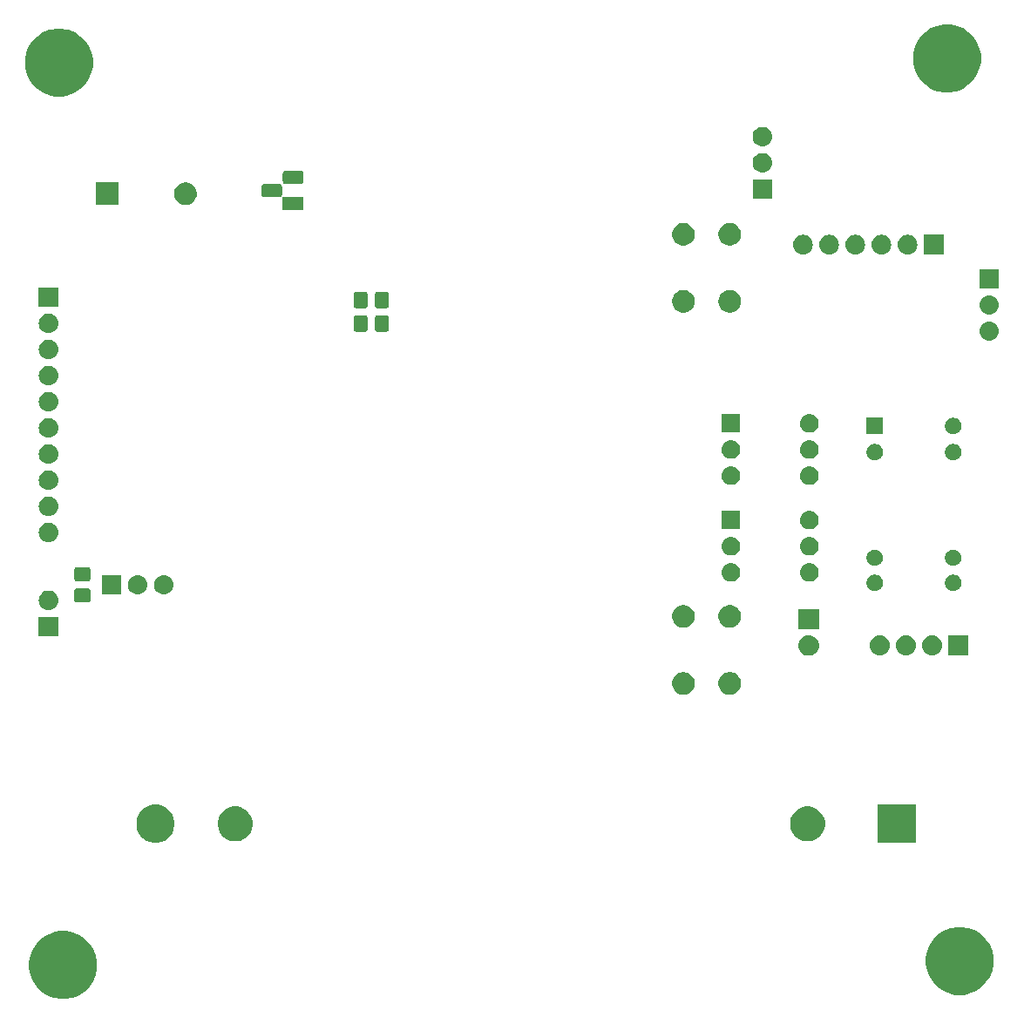
<source format=gbr>
G04 #@! TF.GenerationSoftware,KiCad,Pcbnew,(5.1.2)-1*
G04 #@! TF.CreationDate,2020-11-05T23:01:01+01:00*
G04 #@! TF.ProjectId,szakdolgozat,737a616b-646f-46c6-976f-7a61742e6b69,rev?*
G04 #@! TF.SameCoordinates,Original*
G04 #@! TF.FileFunction,Soldermask,Bot*
G04 #@! TF.FilePolarity,Negative*
%FSLAX46Y46*%
G04 Gerber Fmt 4.6, Leading zero omitted, Abs format (unit mm)*
G04 Created by KiCad (PCBNEW (5.1.2)-1) date 2020-11-05 23:01:01*
%MOMM*%
%LPD*%
G04 APERTURE LIST*
%ADD10C,0.100000*%
G04 APERTURE END LIST*
D10*
G36*
X133236457Y-117510745D02*
G01*
X133448975Y-117553017D01*
X134049538Y-117801779D01*
X134590027Y-118162922D01*
X135049678Y-118622573D01*
X135410821Y-119163062D01*
X135659583Y-119763625D01*
X135786400Y-120401180D01*
X135786400Y-121051220D01*
X135659583Y-121688775D01*
X135410821Y-122289338D01*
X135049678Y-122829827D01*
X134590027Y-123289478D01*
X134049538Y-123650621D01*
X133448975Y-123899383D01*
X133236457Y-123941655D01*
X132811422Y-124026200D01*
X132161378Y-124026200D01*
X131736343Y-123941655D01*
X131523825Y-123899383D01*
X130923262Y-123650621D01*
X130382773Y-123289478D01*
X129923122Y-122829827D01*
X129561979Y-122289338D01*
X129313217Y-121688775D01*
X129186400Y-121051220D01*
X129186400Y-120401180D01*
X129313217Y-119763625D01*
X129561979Y-119163062D01*
X129923122Y-118622573D01*
X130382773Y-118162922D01*
X130923262Y-117801779D01*
X131523825Y-117553017D01*
X131736343Y-117510745D01*
X132161378Y-117426200D01*
X132811422Y-117426200D01*
X133236457Y-117510745D01*
X133236457Y-117510745D01*
G37*
G36*
X220333057Y-117104345D02*
G01*
X220545575Y-117146617D01*
X221146138Y-117395379D01*
X221686627Y-117756522D01*
X222146278Y-118216173D01*
X222507421Y-118756662D01*
X222756183Y-119357225D01*
X222883000Y-119994780D01*
X222883000Y-120644820D01*
X222756183Y-121282375D01*
X222507421Y-121882938D01*
X222146278Y-122423427D01*
X221686627Y-122883078D01*
X221146138Y-123244221D01*
X220545575Y-123492983D01*
X220333057Y-123535255D01*
X219908022Y-123619800D01*
X219257978Y-123619800D01*
X218832943Y-123535255D01*
X218620425Y-123492983D01*
X218019862Y-123244221D01*
X217479373Y-122883078D01*
X217019722Y-122423427D01*
X216658579Y-121882938D01*
X216409817Y-121282375D01*
X216283000Y-120644820D01*
X216283000Y-119994780D01*
X216409817Y-119357225D01*
X216658579Y-118756662D01*
X217019722Y-118216173D01*
X217479373Y-117756522D01*
X218019862Y-117395379D01*
X218620425Y-117146617D01*
X218832943Y-117104345D01*
X219257978Y-117019800D01*
X219908022Y-117019800D01*
X220333057Y-117104345D01*
X220333057Y-117104345D01*
G37*
G36*
X215311600Y-108850000D02*
G01*
X211611600Y-108850000D01*
X211611600Y-105150000D01*
X215311600Y-105150000D01*
X215311600Y-108850000D01*
X215311600Y-108850000D01*
G37*
G36*
X142001225Y-105221095D02*
G01*
X142337906Y-105360552D01*
X142640906Y-105563011D01*
X142898589Y-105820694D01*
X143101048Y-106123694D01*
X143240505Y-106460375D01*
X143311600Y-106817792D01*
X143311600Y-107182208D01*
X143240505Y-107539625D01*
X143101048Y-107876306D01*
X142898589Y-108179306D01*
X142640906Y-108436989D01*
X142337906Y-108639448D01*
X142001225Y-108778905D01*
X141643809Y-108850000D01*
X141279391Y-108850000D01*
X140921975Y-108778905D01*
X140585294Y-108639448D01*
X140282294Y-108436989D01*
X140024611Y-108179306D01*
X139822152Y-107876306D01*
X139682695Y-107539625D01*
X139611600Y-107182208D01*
X139611600Y-106817792D01*
X139682695Y-106460375D01*
X139822152Y-106123694D01*
X140024611Y-105820694D01*
X140282294Y-105563011D01*
X140585294Y-105360552D01*
X140921975Y-105221095D01*
X141279391Y-105150000D01*
X141643809Y-105150000D01*
X142001225Y-105221095D01*
X142001225Y-105221095D01*
G37*
G36*
X205312472Y-105365330D02*
G01*
X205621852Y-105493479D01*
X205900287Y-105679523D01*
X206137077Y-105916313D01*
X206323121Y-106194748D01*
X206451270Y-106504128D01*
X206516600Y-106832565D01*
X206516600Y-107167435D01*
X206451270Y-107495872D01*
X206323121Y-107805252D01*
X206137077Y-108083687D01*
X205900287Y-108320477D01*
X205621852Y-108506521D01*
X205312472Y-108634670D01*
X204984035Y-108700000D01*
X204649165Y-108700000D01*
X204320728Y-108634670D01*
X204011348Y-108506521D01*
X203732913Y-108320477D01*
X203496123Y-108083687D01*
X203310079Y-107805252D01*
X203181930Y-107495872D01*
X203116600Y-107167435D01*
X203116600Y-106832565D01*
X203181930Y-106504128D01*
X203310079Y-106194748D01*
X203496123Y-105916313D01*
X203732913Y-105679523D01*
X204011348Y-105493479D01*
X204320728Y-105365330D01*
X204649165Y-105300000D01*
X204984035Y-105300000D01*
X205312472Y-105365330D01*
X205312472Y-105365330D01*
G37*
G36*
X149702472Y-105365330D02*
G01*
X150011852Y-105493479D01*
X150290287Y-105679523D01*
X150527077Y-105916313D01*
X150713121Y-106194748D01*
X150841270Y-106504128D01*
X150906600Y-106832565D01*
X150906600Y-107167435D01*
X150841270Y-107495872D01*
X150713121Y-107805252D01*
X150527077Y-108083687D01*
X150290287Y-108320477D01*
X150011852Y-108506521D01*
X149702472Y-108634670D01*
X149374035Y-108700000D01*
X149039165Y-108700000D01*
X148710728Y-108634670D01*
X148401348Y-108506521D01*
X148122913Y-108320477D01*
X147886123Y-108083687D01*
X147700079Y-107805252D01*
X147571930Y-107495872D01*
X147506600Y-107167435D01*
X147506600Y-106832565D01*
X147571930Y-106504128D01*
X147700079Y-106194748D01*
X147886123Y-105916313D01*
X148122913Y-105679523D01*
X148401348Y-105493479D01*
X148710728Y-105365330D01*
X149039165Y-105300000D01*
X149374035Y-105300000D01*
X149702472Y-105365330D01*
X149702472Y-105365330D01*
G37*
G36*
X197577258Y-92284873D02*
G01*
X197777448Y-92367794D01*
X197957609Y-92488174D01*
X198110826Y-92641391D01*
X198231206Y-92821552D01*
X198314127Y-93021742D01*
X198356400Y-93234261D01*
X198356400Y-93450939D01*
X198314127Y-93663458D01*
X198231206Y-93863648D01*
X198110826Y-94043809D01*
X197957609Y-94197026D01*
X197777448Y-94317406D01*
X197577258Y-94400327D01*
X197364741Y-94442600D01*
X197148059Y-94442600D01*
X196935542Y-94400327D01*
X196735352Y-94317406D01*
X196555191Y-94197026D01*
X196401974Y-94043809D01*
X196281594Y-93863648D01*
X196198673Y-93663458D01*
X196156400Y-93450939D01*
X196156400Y-93234261D01*
X196198673Y-93021742D01*
X196281594Y-92821552D01*
X196401974Y-92641391D01*
X196555191Y-92488174D01*
X196735352Y-92367794D01*
X196935542Y-92284873D01*
X197148059Y-92242600D01*
X197364741Y-92242600D01*
X197577258Y-92284873D01*
X197577258Y-92284873D01*
G37*
G36*
X193077258Y-92284873D02*
G01*
X193277448Y-92367794D01*
X193457609Y-92488174D01*
X193610826Y-92641391D01*
X193731206Y-92821552D01*
X193814127Y-93021742D01*
X193856400Y-93234261D01*
X193856400Y-93450939D01*
X193814127Y-93663458D01*
X193731206Y-93863648D01*
X193610826Y-94043809D01*
X193457609Y-94197026D01*
X193277448Y-94317406D01*
X193077258Y-94400327D01*
X192864741Y-94442600D01*
X192648059Y-94442600D01*
X192435542Y-94400327D01*
X192235352Y-94317406D01*
X192055191Y-94197026D01*
X191901974Y-94043809D01*
X191781594Y-93863648D01*
X191698673Y-93663458D01*
X191656400Y-93450939D01*
X191656400Y-93234261D01*
X191698673Y-93021742D01*
X191781594Y-92821552D01*
X191901974Y-92641391D01*
X192055191Y-92488174D01*
X192235352Y-92367794D01*
X192435542Y-92284873D01*
X192648059Y-92242600D01*
X192864741Y-92242600D01*
X193077258Y-92284873D01*
X193077258Y-92284873D01*
G37*
G36*
X205123234Y-88676470D02*
G01*
X205217485Y-88705061D01*
X205311736Y-88733651D01*
X205485458Y-88826508D01*
X205637728Y-88951472D01*
X205762692Y-89103742D01*
X205855549Y-89277464D01*
X205884139Y-89371715D01*
X205912730Y-89465966D01*
X205932038Y-89662000D01*
X205913696Y-89848231D01*
X205912730Y-89858033D01*
X205855549Y-90046536D01*
X205762692Y-90220258D01*
X205637728Y-90372528D01*
X205485458Y-90497492D01*
X205311736Y-90590349D01*
X205285676Y-90598254D01*
X205123234Y-90647530D01*
X204976320Y-90662000D01*
X204878080Y-90662000D01*
X204731166Y-90647530D01*
X204568724Y-90598254D01*
X204542664Y-90590349D01*
X204368942Y-90497492D01*
X204216672Y-90372528D01*
X204091708Y-90220258D01*
X203998851Y-90046536D01*
X203941670Y-89858033D01*
X203940705Y-89848231D01*
X203922362Y-89662000D01*
X203941670Y-89465966D01*
X203970261Y-89371715D01*
X203998851Y-89277464D01*
X204091708Y-89103742D01*
X204216672Y-88951472D01*
X204368942Y-88826508D01*
X204542664Y-88733651D01*
X204636915Y-88705061D01*
X204731166Y-88676470D01*
X204878080Y-88662000D01*
X204976320Y-88662000D01*
X205123234Y-88676470D01*
X205123234Y-88676470D01*
G37*
G36*
X212022232Y-88725746D02*
G01*
X212201308Y-88780068D01*
X212366345Y-88868282D01*
X212511001Y-88986999D01*
X212629718Y-89131655D01*
X212629719Y-89131657D01*
X212707655Y-89277464D01*
X212717932Y-89296692D01*
X212772254Y-89475768D01*
X212790596Y-89662000D01*
X212772254Y-89848232D01*
X212717932Y-90027308D01*
X212717930Y-90027311D01*
X212717930Y-90027312D01*
X212659123Y-90137333D01*
X212629718Y-90192345D01*
X212511001Y-90337001D01*
X212366345Y-90455718D01*
X212201308Y-90543932D01*
X212022232Y-90598254D01*
X211882665Y-90612000D01*
X211789335Y-90612000D01*
X211649768Y-90598254D01*
X211470692Y-90543932D01*
X211305655Y-90455718D01*
X211160999Y-90337001D01*
X211042282Y-90192345D01*
X211012877Y-90137333D01*
X210954070Y-90027312D01*
X210954070Y-90027311D01*
X210954068Y-90027308D01*
X210899746Y-89848232D01*
X210881404Y-89662000D01*
X210899746Y-89475768D01*
X210954068Y-89296692D01*
X210964346Y-89277464D01*
X211042281Y-89131657D01*
X211042282Y-89131655D01*
X211160999Y-88986999D01*
X211305655Y-88868282D01*
X211470692Y-88780068D01*
X211649768Y-88725746D01*
X211789335Y-88712000D01*
X211882665Y-88712000D01*
X212022232Y-88725746D01*
X212022232Y-88725746D01*
G37*
G36*
X214562232Y-88725746D02*
G01*
X214741308Y-88780068D01*
X214906345Y-88868282D01*
X215051001Y-88986999D01*
X215169718Y-89131655D01*
X215169719Y-89131657D01*
X215247655Y-89277464D01*
X215257932Y-89296692D01*
X215312254Y-89475768D01*
X215330596Y-89662000D01*
X215312254Y-89848232D01*
X215257932Y-90027308D01*
X215257930Y-90027311D01*
X215257930Y-90027312D01*
X215199123Y-90137333D01*
X215169718Y-90192345D01*
X215051001Y-90337001D01*
X214906345Y-90455718D01*
X214741308Y-90543932D01*
X214562232Y-90598254D01*
X214422665Y-90612000D01*
X214329335Y-90612000D01*
X214189768Y-90598254D01*
X214010692Y-90543932D01*
X213845655Y-90455718D01*
X213700999Y-90337001D01*
X213582282Y-90192345D01*
X213552877Y-90137333D01*
X213494070Y-90027312D01*
X213494070Y-90027311D01*
X213494068Y-90027308D01*
X213439746Y-89848232D01*
X213421404Y-89662000D01*
X213439746Y-89475768D01*
X213494068Y-89296692D01*
X213504346Y-89277464D01*
X213582281Y-89131657D01*
X213582282Y-89131655D01*
X213700999Y-88986999D01*
X213845655Y-88868282D01*
X214010692Y-88780068D01*
X214189768Y-88725746D01*
X214329335Y-88712000D01*
X214422665Y-88712000D01*
X214562232Y-88725746D01*
X214562232Y-88725746D01*
G37*
G36*
X217102232Y-88725746D02*
G01*
X217281308Y-88780068D01*
X217446345Y-88868282D01*
X217591001Y-88986999D01*
X217709718Y-89131655D01*
X217709719Y-89131657D01*
X217787655Y-89277464D01*
X217797932Y-89296692D01*
X217852254Y-89475768D01*
X217870596Y-89662000D01*
X217852254Y-89848232D01*
X217797932Y-90027308D01*
X217797930Y-90027311D01*
X217797930Y-90027312D01*
X217739123Y-90137333D01*
X217709718Y-90192345D01*
X217591001Y-90337001D01*
X217446345Y-90455718D01*
X217281308Y-90543932D01*
X217102232Y-90598254D01*
X216962665Y-90612000D01*
X216869335Y-90612000D01*
X216729768Y-90598254D01*
X216550692Y-90543932D01*
X216385655Y-90455718D01*
X216240999Y-90337001D01*
X216122282Y-90192345D01*
X216092877Y-90137333D01*
X216034070Y-90027312D01*
X216034070Y-90027311D01*
X216034068Y-90027308D01*
X215979746Y-89848232D01*
X215961404Y-89662000D01*
X215979746Y-89475768D01*
X216034068Y-89296692D01*
X216044346Y-89277464D01*
X216122281Y-89131657D01*
X216122282Y-89131655D01*
X216240999Y-88986999D01*
X216385655Y-88868282D01*
X216550692Y-88780068D01*
X216729768Y-88725746D01*
X216869335Y-88712000D01*
X216962665Y-88712000D01*
X217102232Y-88725746D01*
X217102232Y-88725746D01*
G37*
G36*
X220406000Y-90612000D02*
G01*
X218506000Y-90612000D01*
X218506000Y-88712000D01*
X220406000Y-88712000D01*
X220406000Y-90612000D01*
X220406000Y-90612000D01*
G37*
G36*
X132017600Y-88776400D02*
G01*
X130117600Y-88776400D01*
X130117600Y-86876400D01*
X132017600Y-86876400D01*
X132017600Y-88776400D01*
X132017600Y-88776400D01*
G37*
G36*
X205927200Y-88122000D02*
G01*
X203927200Y-88122000D01*
X203927200Y-86122000D01*
X205927200Y-86122000D01*
X205927200Y-88122000D01*
X205927200Y-88122000D01*
G37*
G36*
X197577258Y-85784873D02*
G01*
X197777448Y-85867794D01*
X197957609Y-85988174D01*
X198110826Y-86141391D01*
X198231206Y-86321552D01*
X198314127Y-86521742D01*
X198356400Y-86734261D01*
X198356400Y-86950939D01*
X198314127Y-87163458D01*
X198231206Y-87363648D01*
X198110826Y-87543809D01*
X197957609Y-87697026D01*
X197777448Y-87817406D01*
X197577258Y-87900327D01*
X197364741Y-87942600D01*
X197148059Y-87942600D01*
X196935542Y-87900327D01*
X196735352Y-87817406D01*
X196555191Y-87697026D01*
X196401974Y-87543809D01*
X196281594Y-87363648D01*
X196198673Y-87163458D01*
X196156400Y-86950939D01*
X196156400Y-86734261D01*
X196198673Y-86521742D01*
X196281594Y-86321552D01*
X196401974Y-86141391D01*
X196555191Y-85988174D01*
X196735352Y-85867794D01*
X196935542Y-85784873D01*
X197148059Y-85742600D01*
X197364741Y-85742600D01*
X197577258Y-85784873D01*
X197577258Y-85784873D01*
G37*
G36*
X193077258Y-85784873D02*
G01*
X193277448Y-85867794D01*
X193457609Y-85988174D01*
X193610826Y-86141391D01*
X193731206Y-86321552D01*
X193814127Y-86521742D01*
X193856400Y-86734261D01*
X193856400Y-86950939D01*
X193814127Y-87163458D01*
X193731206Y-87363648D01*
X193610826Y-87543809D01*
X193457609Y-87697026D01*
X193277448Y-87817406D01*
X193077258Y-87900327D01*
X192864741Y-87942600D01*
X192648059Y-87942600D01*
X192435542Y-87900327D01*
X192235352Y-87817406D01*
X192055191Y-87697026D01*
X191901974Y-87543809D01*
X191781594Y-87363648D01*
X191698673Y-87163458D01*
X191656400Y-86950939D01*
X191656400Y-86734261D01*
X191698673Y-86521742D01*
X191781594Y-86321552D01*
X191901974Y-86141391D01*
X192055191Y-85988174D01*
X192235352Y-85867794D01*
X192435542Y-85784873D01*
X192648059Y-85742600D01*
X192864741Y-85742600D01*
X193077258Y-85784873D01*
X193077258Y-85784873D01*
G37*
G36*
X131253832Y-84350146D02*
G01*
X131432908Y-84404468D01*
X131597945Y-84492682D01*
X131742601Y-84611399D01*
X131861318Y-84756055D01*
X131949532Y-84921092D01*
X132003854Y-85100168D01*
X132022196Y-85286400D01*
X132003854Y-85472632D01*
X131949532Y-85651708D01*
X131861318Y-85816745D01*
X131742601Y-85961401D01*
X131597945Y-86080118D01*
X131432908Y-86168332D01*
X131253832Y-86222654D01*
X131114265Y-86236400D01*
X131020935Y-86236400D01*
X130881368Y-86222654D01*
X130702292Y-86168332D01*
X130537255Y-86080118D01*
X130392599Y-85961401D01*
X130273882Y-85816745D01*
X130185668Y-85651708D01*
X130131346Y-85472632D01*
X130113004Y-85286400D01*
X130131346Y-85100168D01*
X130185668Y-84921092D01*
X130273882Y-84756055D01*
X130392599Y-84611399D01*
X130537255Y-84492682D01*
X130702292Y-84404468D01*
X130881368Y-84350146D01*
X131020935Y-84336400D01*
X131114265Y-84336400D01*
X131253832Y-84350146D01*
X131253832Y-84350146D01*
G37*
G36*
X134963826Y-84124381D02*
G01*
X135010861Y-84138649D01*
X135054210Y-84161819D01*
X135092202Y-84192998D01*
X135123381Y-84230990D01*
X135146551Y-84274339D01*
X135160819Y-84321374D01*
X135166000Y-84373974D01*
X135166000Y-85214426D01*
X135160819Y-85267026D01*
X135146551Y-85314061D01*
X135123381Y-85357410D01*
X135092202Y-85395402D01*
X135054210Y-85426581D01*
X135010861Y-85449751D01*
X134963826Y-85464019D01*
X134911226Y-85469200D01*
X133820774Y-85469200D01*
X133768174Y-85464019D01*
X133721139Y-85449751D01*
X133677790Y-85426581D01*
X133639798Y-85395402D01*
X133608619Y-85357410D01*
X133585449Y-85314061D01*
X133571181Y-85267026D01*
X133566000Y-85214426D01*
X133566000Y-84373974D01*
X133571181Y-84321374D01*
X133585449Y-84274339D01*
X133608619Y-84230990D01*
X133639798Y-84192998D01*
X133677790Y-84161819D01*
X133721139Y-84138649D01*
X133768174Y-84124381D01*
X133820774Y-84119200D01*
X134911226Y-84119200D01*
X134963826Y-84124381D01*
X134963826Y-84124381D01*
G37*
G36*
X138135400Y-84719200D02*
G01*
X136235400Y-84719200D01*
X136235400Y-82819200D01*
X138135400Y-82819200D01*
X138135400Y-84719200D01*
X138135400Y-84719200D01*
G37*
G36*
X139911632Y-82832946D02*
G01*
X140090708Y-82887268D01*
X140255745Y-82975482D01*
X140400401Y-83094199D01*
X140519118Y-83238855D01*
X140519119Y-83238857D01*
X140582829Y-83358049D01*
X140607332Y-83403892D01*
X140661654Y-83582968D01*
X140679996Y-83769200D01*
X140661654Y-83955432D01*
X140607332Y-84134508D01*
X140607330Y-84134511D01*
X140607330Y-84134512D01*
X140569569Y-84205157D01*
X140519118Y-84299545D01*
X140400401Y-84444201D01*
X140255745Y-84562918D01*
X140090708Y-84651132D01*
X139911632Y-84705454D01*
X139772065Y-84719200D01*
X139678735Y-84719200D01*
X139539168Y-84705454D01*
X139360092Y-84651132D01*
X139195055Y-84562918D01*
X139050399Y-84444201D01*
X138931682Y-84299545D01*
X138881231Y-84205157D01*
X138843470Y-84134512D01*
X138843470Y-84134511D01*
X138843468Y-84134508D01*
X138789146Y-83955432D01*
X138770804Y-83769200D01*
X138789146Y-83582968D01*
X138843468Y-83403892D01*
X138867972Y-83358049D01*
X138931681Y-83238857D01*
X138931682Y-83238855D01*
X139050399Y-83094199D01*
X139195055Y-82975482D01*
X139360092Y-82887268D01*
X139539168Y-82832946D01*
X139678735Y-82819200D01*
X139772065Y-82819200D01*
X139911632Y-82832946D01*
X139911632Y-82832946D01*
G37*
G36*
X142451632Y-82832946D02*
G01*
X142630708Y-82887268D01*
X142795745Y-82975482D01*
X142940401Y-83094199D01*
X143059118Y-83238855D01*
X143059119Y-83238857D01*
X143122829Y-83358049D01*
X143147332Y-83403892D01*
X143201654Y-83582968D01*
X143219996Y-83769200D01*
X143201654Y-83955432D01*
X143147332Y-84134508D01*
X143147330Y-84134511D01*
X143147330Y-84134512D01*
X143109569Y-84205157D01*
X143059118Y-84299545D01*
X142940401Y-84444201D01*
X142795745Y-84562918D01*
X142630708Y-84651132D01*
X142451632Y-84705454D01*
X142312065Y-84719200D01*
X142218735Y-84719200D01*
X142079168Y-84705454D01*
X141900092Y-84651132D01*
X141735055Y-84562918D01*
X141590399Y-84444201D01*
X141471682Y-84299545D01*
X141421231Y-84205157D01*
X141383470Y-84134512D01*
X141383470Y-84134511D01*
X141383468Y-84134508D01*
X141329146Y-83955432D01*
X141310804Y-83769200D01*
X141329146Y-83582968D01*
X141383468Y-83403892D01*
X141407972Y-83358049D01*
X141471681Y-83238857D01*
X141471682Y-83238855D01*
X141590399Y-83094199D01*
X141735055Y-82975482D01*
X141900092Y-82887268D01*
X142079168Y-82832946D01*
X142218735Y-82819200D01*
X142312065Y-82819200D01*
X142451632Y-82832946D01*
X142451632Y-82832946D01*
G37*
G36*
X211576751Y-82822143D02*
G01*
X211722345Y-82882450D01*
X211853371Y-82969999D01*
X211964801Y-83081429D01*
X212052350Y-83212455D01*
X212112657Y-83358049D01*
X212143400Y-83512606D01*
X212143400Y-83670194D01*
X212112657Y-83824751D01*
X212052350Y-83970345D01*
X211964801Y-84101371D01*
X211853371Y-84212801D01*
X211722345Y-84300350D01*
X211576751Y-84360657D01*
X211422194Y-84391400D01*
X211264606Y-84391400D01*
X211110049Y-84360657D01*
X210964455Y-84300350D01*
X210833429Y-84212801D01*
X210721999Y-84101371D01*
X210634450Y-83970345D01*
X210574143Y-83824751D01*
X210543400Y-83670194D01*
X210543400Y-83512606D01*
X210574143Y-83358049D01*
X210634450Y-83212455D01*
X210721999Y-83081429D01*
X210833429Y-82969999D01*
X210964455Y-82882450D01*
X211110049Y-82822143D01*
X211264606Y-82791400D01*
X211422194Y-82791400D01*
X211576751Y-82822143D01*
X211576751Y-82822143D01*
G37*
G36*
X219196751Y-82822143D02*
G01*
X219342345Y-82882450D01*
X219473371Y-82969999D01*
X219584801Y-83081429D01*
X219672350Y-83212455D01*
X219732657Y-83358049D01*
X219763400Y-83512606D01*
X219763400Y-83670194D01*
X219732657Y-83824751D01*
X219672350Y-83970345D01*
X219584801Y-84101371D01*
X219473371Y-84212801D01*
X219342345Y-84300350D01*
X219196751Y-84360657D01*
X219042194Y-84391400D01*
X218884606Y-84391400D01*
X218730049Y-84360657D01*
X218584455Y-84300350D01*
X218453429Y-84212801D01*
X218341999Y-84101371D01*
X218254450Y-83970345D01*
X218194143Y-83824751D01*
X218163400Y-83670194D01*
X218163400Y-83512606D01*
X218194143Y-83358049D01*
X218254450Y-83212455D01*
X218341999Y-83081429D01*
X218453429Y-82969999D01*
X218584455Y-82882450D01*
X218730049Y-82822143D01*
X218884606Y-82791400D01*
X219042194Y-82791400D01*
X219196751Y-82822143D01*
X219196751Y-82822143D01*
G37*
G36*
X205169831Y-81688423D02*
G01*
X205295339Y-81726496D01*
X205339485Y-81739887D01*
X205495831Y-81823456D01*
X205632875Y-81935925D01*
X205745344Y-82072969D01*
X205828913Y-82229315D01*
X205828914Y-82229319D01*
X205880377Y-82398969D01*
X205897754Y-82575400D01*
X205880377Y-82751831D01*
X205859048Y-82822143D01*
X205828913Y-82921485D01*
X205745344Y-83077831D01*
X205632875Y-83214875D01*
X205495831Y-83327344D01*
X205339485Y-83410913D01*
X205312166Y-83419200D01*
X205169831Y-83462377D01*
X205037607Y-83475400D01*
X204949193Y-83475400D01*
X204816969Y-83462377D01*
X204674634Y-83419200D01*
X204647315Y-83410913D01*
X204490969Y-83327344D01*
X204353925Y-83214875D01*
X204241456Y-83077831D01*
X204157887Y-82921485D01*
X204127752Y-82822143D01*
X204106423Y-82751831D01*
X204089046Y-82575400D01*
X204106423Y-82398969D01*
X204157886Y-82229319D01*
X204157887Y-82229315D01*
X204241456Y-82072969D01*
X204353925Y-81935925D01*
X204490969Y-81823456D01*
X204647315Y-81739887D01*
X204691461Y-81726496D01*
X204816969Y-81688423D01*
X204949193Y-81675400D01*
X205037607Y-81675400D01*
X205169831Y-81688423D01*
X205169831Y-81688423D01*
G37*
G36*
X197549831Y-81688423D02*
G01*
X197675339Y-81726496D01*
X197719485Y-81739887D01*
X197875831Y-81823456D01*
X198012875Y-81935925D01*
X198125344Y-82072969D01*
X198208913Y-82229315D01*
X198208914Y-82229319D01*
X198260377Y-82398969D01*
X198277754Y-82575400D01*
X198260377Y-82751831D01*
X198239048Y-82822143D01*
X198208913Y-82921485D01*
X198125344Y-83077831D01*
X198012875Y-83214875D01*
X197875831Y-83327344D01*
X197719485Y-83410913D01*
X197692166Y-83419200D01*
X197549831Y-83462377D01*
X197417607Y-83475400D01*
X197329193Y-83475400D01*
X197196969Y-83462377D01*
X197054634Y-83419200D01*
X197027315Y-83410913D01*
X196870969Y-83327344D01*
X196733925Y-83214875D01*
X196621456Y-83077831D01*
X196537887Y-82921485D01*
X196507752Y-82822143D01*
X196486423Y-82751831D01*
X196469046Y-82575400D01*
X196486423Y-82398969D01*
X196537886Y-82229319D01*
X196537887Y-82229315D01*
X196621456Y-82072969D01*
X196733925Y-81935925D01*
X196870969Y-81823456D01*
X197027315Y-81739887D01*
X197071461Y-81726496D01*
X197196969Y-81688423D01*
X197329193Y-81675400D01*
X197417607Y-81675400D01*
X197549831Y-81688423D01*
X197549831Y-81688423D01*
G37*
G36*
X134963826Y-82074381D02*
G01*
X135010861Y-82088649D01*
X135054210Y-82111819D01*
X135092202Y-82142998D01*
X135123381Y-82180990D01*
X135146551Y-82224339D01*
X135160819Y-82271374D01*
X135166000Y-82323974D01*
X135166000Y-83164426D01*
X135160819Y-83217026D01*
X135146551Y-83264061D01*
X135123381Y-83307410D01*
X135092202Y-83345402D01*
X135054210Y-83376581D01*
X135010861Y-83399751D01*
X134963826Y-83414019D01*
X134911226Y-83419200D01*
X133820774Y-83419200D01*
X133768174Y-83414019D01*
X133721139Y-83399751D01*
X133677790Y-83376581D01*
X133639798Y-83345402D01*
X133608619Y-83307410D01*
X133585449Y-83264061D01*
X133571181Y-83217026D01*
X133566000Y-83164426D01*
X133566000Y-82323974D01*
X133571181Y-82271374D01*
X133585449Y-82224339D01*
X133608619Y-82180990D01*
X133639798Y-82142998D01*
X133677790Y-82111819D01*
X133721139Y-82088649D01*
X133768174Y-82074381D01*
X133820774Y-82069200D01*
X134911226Y-82069200D01*
X134963826Y-82074381D01*
X134963826Y-82074381D01*
G37*
G36*
X211576751Y-80382143D02*
G01*
X211722345Y-80442450D01*
X211853371Y-80529999D01*
X211964801Y-80641429D01*
X212052350Y-80772455D01*
X212112657Y-80918049D01*
X212143400Y-81072606D01*
X212143400Y-81230194D01*
X212112657Y-81384751D01*
X212052350Y-81530345D01*
X211964801Y-81661371D01*
X211853371Y-81772801D01*
X211722345Y-81860350D01*
X211576751Y-81920657D01*
X211422194Y-81951400D01*
X211264606Y-81951400D01*
X211110049Y-81920657D01*
X210964455Y-81860350D01*
X210833429Y-81772801D01*
X210721999Y-81661371D01*
X210634450Y-81530345D01*
X210574143Y-81384751D01*
X210543400Y-81230194D01*
X210543400Y-81072606D01*
X210574143Y-80918049D01*
X210634450Y-80772455D01*
X210721999Y-80641429D01*
X210833429Y-80529999D01*
X210964455Y-80442450D01*
X211110049Y-80382143D01*
X211264606Y-80351400D01*
X211422194Y-80351400D01*
X211576751Y-80382143D01*
X211576751Y-80382143D01*
G37*
G36*
X219196751Y-80382143D02*
G01*
X219342345Y-80442450D01*
X219473371Y-80529999D01*
X219584801Y-80641429D01*
X219672350Y-80772455D01*
X219732657Y-80918049D01*
X219763400Y-81072606D01*
X219763400Y-81230194D01*
X219732657Y-81384751D01*
X219672350Y-81530345D01*
X219584801Y-81661371D01*
X219473371Y-81772801D01*
X219342345Y-81860350D01*
X219196751Y-81920657D01*
X219042194Y-81951400D01*
X218884606Y-81951400D01*
X218730049Y-81920657D01*
X218584455Y-81860350D01*
X218453429Y-81772801D01*
X218341999Y-81661371D01*
X218254450Y-81530345D01*
X218194143Y-81384751D01*
X218163400Y-81230194D01*
X218163400Y-81072606D01*
X218194143Y-80918049D01*
X218254450Y-80772455D01*
X218341999Y-80641429D01*
X218453429Y-80529999D01*
X218584455Y-80442450D01*
X218730049Y-80382143D01*
X218884606Y-80351400D01*
X219042194Y-80351400D01*
X219196751Y-80382143D01*
X219196751Y-80382143D01*
G37*
G36*
X205169831Y-79148423D02*
G01*
X205295339Y-79186496D01*
X205339485Y-79199887D01*
X205495831Y-79283456D01*
X205632875Y-79395925D01*
X205745344Y-79532969D01*
X205828913Y-79689315D01*
X205828914Y-79689319D01*
X205880377Y-79858969D01*
X205897754Y-80035400D01*
X205880377Y-80211831D01*
X205842304Y-80337339D01*
X205828913Y-80381485D01*
X205745344Y-80537831D01*
X205632875Y-80674875D01*
X205495831Y-80787344D01*
X205339485Y-80870913D01*
X205295339Y-80884304D01*
X205169831Y-80922377D01*
X205037607Y-80935400D01*
X204949193Y-80935400D01*
X204816969Y-80922377D01*
X204691461Y-80884304D01*
X204647315Y-80870913D01*
X204490969Y-80787344D01*
X204353925Y-80674875D01*
X204241456Y-80537831D01*
X204157887Y-80381485D01*
X204144496Y-80337339D01*
X204106423Y-80211831D01*
X204089046Y-80035400D01*
X204106423Y-79858969D01*
X204157886Y-79689319D01*
X204157887Y-79689315D01*
X204241456Y-79532969D01*
X204353925Y-79395925D01*
X204490969Y-79283456D01*
X204647315Y-79199887D01*
X204691461Y-79186496D01*
X204816969Y-79148423D01*
X204949193Y-79135400D01*
X205037607Y-79135400D01*
X205169831Y-79148423D01*
X205169831Y-79148423D01*
G37*
G36*
X197549831Y-79148423D02*
G01*
X197675339Y-79186496D01*
X197719485Y-79199887D01*
X197875831Y-79283456D01*
X198012875Y-79395925D01*
X198125344Y-79532969D01*
X198208913Y-79689315D01*
X198208914Y-79689319D01*
X198260377Y-79858969D01*
X198277754Y-80035400D01*
X198260377Y-80211831D01*
X198222304Y-80337339D01*
X198208913Y-80381485D01*
X198125344Y-80537831D01*
X198012875Y-80674875D01*
X197875831Y-80787344D01*
X197719485Y-80870913D01*
X197675339Y-80884304D01*
X197549831Y-80922377D01*
X197417607Y-80935400D01*
X197329193Y-80935400D01*
X197196969Y-80922377D01*
X197071461Y-80884304D01*
X197027315Y-80870913D01*
X196870969Y-80787344D01*
X196733925Y-80674875D01*
X196621456Y-80537831D01*
X196537887Y-80381485D01*
X196524496Y-80337339D01*
X196486423Y-80211831D01*
X196469046Y-80035400D01*
X196486423Y-79858969D01*
X196537886Y-79689319D01*
X196537887Y-79689315D01*
X196621456Y-79532969D01*
X196733925Y-79395925D01*
X196870969Y-79283456D01*
X197027315Y-79199887D01*
X197071461Y-79186496D01*
X197196969Y-79148423D01*
X197329193Y-79135400D01*
X197417607Y-79135400D01*
X197549831Y-79148423D01*
X197549831Y-79148423D01*
G37*
G36*
X131253832Y-77750146D02*
G01*
X131432908Y-77804468D01*
X131597945Y-77892682D01*
X131742601Y-78011399D01*
X131861318Y-78156055D01*
X131949532Y-78321092D01*
X132003854Y-78500168D01*
X132022196Y-78686400D01*
X132003854Y-78872632D01*
X131949532Y-79051708D01*
X131861318Y-79216745D01*
X131742601Y-79361401D01*
X131597945Y-79480118D01*
X131597943Y-79480119D01*
X131499070Y-79532968D01*
X131432908Y-79568332D01*
X131253832Y-79622654D01*
X131114265Y-79636400D01*
X131020935Y-79636400D01*
X130881368Y-79622654D01*
X130702292Y-79568332D01*
X130636131Y-79532968D01*
X130537257Y-79480119D01*
X130537255Y-79480118D01*
X130392599Y-79361401D01*
X130273882Y-79216745D01*
X130185668Y-79051708D01*
X130131346Y-78872632D01*
X130113004Y-78686400D01*
X130131346Y-78500168D01*
X130185668Y-78321092D01*
X130273882Y-78156055D01*
X130392599Y-78011399D01*
X130537255Y-77892682D01*
X130702292Y-77804468D01*
X130881368Y-77750146D01*
X131020935Y-77736400D01*
X131114265Y-77736400D01*
X131253832Y-77750146D01*
X131253832Y-77750146D01*
G37*
G36*
X205169831Y-76608423D02*
G01*
X205295339Y-76646496D01*
X205339485Y-76659887D01*
X205495831Y-76743456D01*
X205632875Y-76855925D01*
X205745344Y-76992969D01*
X205828913Y-77149315D01*
X205828914Y-77149319D01*
X205880377Y-77318969D01*
X205897754Y-77495400D01*
X205880377Y-77671831D01*
X205860790Y-77736400D01*
X205828913Y-77841485D01*
X205745344Y-77997831D01*
X205632875Y-78134875D01*
X205495831Y-78247344D01*
X205339485Y-78330913D01*
X205295339Y-78344304D01*
X205169831Y-78382377D01*
X205037607Y-78395400D01*
X204949193Y-78395400D01*
X204816969Y-78382377D01*
X204691461Y-78344304D01*
X204647315Y-78330913D01*
X204490969Y-78247344D01*
X204353925Y-78134875D01*
X204241456Y-77997831D01*
X204157887Y-77841485D01*
X204126010Y-77736400D01*
X204106423Y-77671831D01*
X204089046Y-77495400D01*
X204106423Y-77318969D01*
X204157886Y-77149319D01*
X204157887Y-77149315D01*
X204241456Y-76992969D01*
X204353925Y-76855925D01*
X204490969Y-76743456D01*
X204647315Y-76659887D01*
X204691461Y-76646496D01*
X204816969Y-76608423D01*
X204949193Y-76595400D01*
X205037607Y-76595400D01*
X205169831Y-76608423D01*
X205169831Y-76608423D01*
G37*
G36*
X198273400Y-78395400D02*
G01*
X196473400Y-78395400D01*
X196473400Y-76595400D01*
X198273400Y-76595400D01*
X198273400Y-78395400D01*
X198273400Y-78395400D01*
G37*
G36*
X131253832Y-75210146D02*
G01*
X131432908Y-75264468D01*
X131597945Y-75352682D01*
X131742601Y-75471399D01*
X131861318Y-75616055D01*
X131949532Y-75781092D01*
X132003854Y-75960168D01*
X132022196Y-76146400D01*
X132003854Y-76332632D01*
X131949532Y-76511708D01*
X131861318Y-76676745D01*
X131742601Y-76821401D01*
X131597945Y-76940118D01*
X131597943Y-76940119D01*
X131499070Y-76992968D01*
X131432908Y-77028332D01*
X131253832Y-77082654D01*
X131114265Y-77096400D01*
X131020935Y-77096400D01*
X130881368Y-77082654D01*
X130702292Y-77028332D01*
X130636131Y-76992968D01*
X130537257Y-76940119D01*
X130537255Y-76940118D01*
X130392599Y-76821401D01*
X130273882Y-76676745D01*
X130185668Y-76511708D01*
X130131346Y-76332632D01*
X130113004Y-76146400D01*
X130131346Y-75960168D01*
X130185668Y-75781092D01*
X130273882Y-75616055D01*
X130392599Y-75471399D01*
X130537255Y-75352682D01*
X130702292Y-75264468D01*
X130881368Y-75210146D01*
X131020935Y-75196400D01*
X131114265Y-75196400D01*
X131253832Y-75210146D01*
X131253832Y-75210146D01*
G37*
G36*
X131253832Y-72670146D02*
G01*
X131432908Y-72724468D01*
X131597945Y-72812682D01*
X131742601Y-72931399D01*
X131861318Y-73076055D01*
X131949532Y-73241092D01*
X132003854Y-73420168D01*
X132022196Y-73606400D01*
X132003854Y-73792632D01*
X131949532Y-73971708D01*
X131949530Y-73971711D01*
X131949530Y-73971712D01*
X131927507Y-74012914D01*
X131861318Y-74136745D01*
X131742601Y-74281401D01*
X131597945Y-74400118D01*
X131432908Y-74488332D01*
X131253832Y-74542654D01*
X131114265Y-74556400D01*
X131020935Y-74556400D01*
X130881368Y-74542654D01*
X130702292Y-74488332D01*
X130537255Y-74400118D01*
X130392599Y-74281401D01*
X130273882Y-74136745D01*
X130207693Y-74012914D01*
X130185670Y-73971712D01*
X130185670Y-73971711D01*
X130185668Y-73971708D01*
X130131346Y-73792632D01*
X130113004Y-73606400D01*
X130131346Y-73420168D01*
X130185668Y-73241092D01*
X130273882Y-73076055D01*
X130392599Y-72931399D01*
X130537255Y-72812682D01*
X130702292Y-72724468D01*
X130881368Y-72670146D01*
X131020935Y-72656400D01*
X131114265Y-72656400D01*
X131253832Y-72670146D01*
X131253832Y-72670146D01*
G37*
G36*
X205169831Y-72290423D02*
G01*
X205295339Y-72328496D01*
X205339485Y-72341887D01*
X205495831Y-72425456D01*
X205632875Y-72537925D01*
X205745344Y-72674969D01*
X205828913Y-72831315D01*
X205828914Y-72831319D01*
X205880377Y-73000969D01*
X205897754Y-73177400D01*
X205880377Y-73353831D01*
X205860254Y-73420168D01*
X205828913Y-73523485D01*
X205745344Y-73679831D01*
X205632875Y-73816875D01*
X205495831Y-73929344D01*
X205339485Y-74012913D01*
X205295339Y-74026304D01*
X205169831Y-74064377D01*
X205037607Y-74077400D01*
X204949193Y-74077400D01*
X204816969Y-74064377D01*
X204691461Y-74026304D01*
X204647315Y-74012913D01*
X204490969Y-73929344D01*
X204353925Y-73816875D01*
X204241456Y-73679831D01*
X204157887Y-73523485D01*
X204126546Y-73420168D01*
X204106423Y-73353831D01*
X204089046Y-73177400D01*
X204106423Y-73000969D01*
X204157886Y-72831319D01*
X204157887Y-72831315D01*
X204241456Y-72674969D01*
X204353925Y-72537925D01*
X204490969Y-72425456D01*
X204647315Y-72341887D01*
X204691461Y-72328496D01*
X204816969Y-72290423D01*
X204949193Y-72277400D01*
X205037607Y-72277400D01*
X205169831Y-72290423D01*
X205169831Y-72290423D01*
G37*
G36*
X197549831Y-72290423D02*
G01*
X197675339Y-72328496D01*
X197719485Y-72341887D01*
X197875831Y-72425456D01*
X198012875Y-72537925D01*
X198125344Y-72674969D01*
X198208913Y-72831315D01*
X198208914Y-72831319D01*
X198260377Y-73000969D01*
X198277754Y-73177400D01*
X198260377Y-73353831D01*
X198240254Y-73420168D01*
X198208913Y-73523485D01*
X198125344Y-73679831D01*
X198012875Y-73816875D01*
X197875831Y-73929344D01*
X197719485Y-74012913D01*
X197675339Y-74026304D01*
X197549831Y-74064377D01*
X197417607Y-74077400D01*
X197329193Y-74077400D01*
X197196969Y-74064377D01*
X197071461Y-74026304D01*
X197027315Y-74012913D01*
X196870969Y-73929344D01*
X196733925Y-73816875D01*
X196621456Y-73679831D01*
X196537887Y-73523485D01*
X196506546Y-73420168D01*
X196486423Y-73353831D01*
X196469046Y-73177400D01*
X196486423Y-73000969D01*
X196537886Y-72831319D01*
X196537887Y-72831315D01*
X196621456Y-72674969D01*
X196733925Y-72537925D01*
X196870969Y-72425456D01*
X197027315Y-72341887D01*
X197071461Y-72328496D01*
X197196969Y-72290423D01*
X197329193Y-72277400D01*
X197417607Y-72277400D01*
X197549831Y-72290423D01*
X197549831Y-72290423D01*
G37*
G36*
X131253832Y-70130146D02*
G01*
X131432908Y-70184468D01*
X131597945Y-70272682D01*
X131742601Y-70391399D01*
X131861318Y-70536055D01*
X131949532Y-70701092D01*
X132003854Y-70880168D01*
X132022196Y-71066400D01*
X132003854Y-71252632D01*
X131949532Y-71431708D01*
X131949530Y-71431711D01*
X131949530Y-71431712D01*
X131927507Y-71472914D01*
X131861318Y-71596745D01*
X131742601Y-71741401D01*
X131597945Y-71860118D01*
X131432908Y-71948332D01*
X131253832Y-72002654D01*
X131114265Y-72016400D01*
X131020935Y-72016400D01*
X130881368Y-72002654D01*
X130702292Y-71948332D01*
X130537255Y-71860118D01*
X130392599Y-71741401D01*
X130273882Y-71596745D01*
X130207693Y-71472914D01*
X130185670Y-71431712D01*
X130185670Y-71431711D01*
X130185668Y-71431708D01*
X130131346Y-71252632D01*
X130113004Y-71066400D01*
X130131346Y-70880168D01*
X130185668Y-70701092D01*
X130273882Y-70536055D01*
X130392599Y-70391399D01*
X130537255Y-70272682D01*
X130702292Y-70184468D01*
X130881368Y-70130146D01*
X131020935Y-70116400D01*
X131114265Y-70116400D01*
X131253832Y-70130146D01*
X131253832Y-70130146D01*
G37*
G36*
X219196751Y-70122143D02*
G01*
X219342345Y-70182450D01*
X219473371Y-70269999D01*
X219584801Y-70381429D01*
X219672350Y-70512455D01*
X219732657Y-70658049D01*
X219763400Y-70812606D01*
X219763400Y-70970194D01*
X219732657Y-71124751D01*
X219672350Y-71270345D01*
X219584801Y-71401371D01*
X219473371Y-71512801D01*
X219342345Y-71600350D01*
X219196751Y-71660657D01*
X219042194Y-71691400D01*
X218884606Y-71691400D01*
X218730049Y-71660657D01*
X218584455Y-71600350D01*
X218453429Y-71512801D01*
X218341999Y-71401371D01*
X218254450Y-71270345D01*
X218194143Y-71124751D01*
X218163400Y-70970194D01*
X218163400Y-70812606D01*
X218194143Y-70658049D01*
X218254450Y-70512455D01*
X218341999Y-70381429D01*
X218453429Y-70269999D01*
X218584455Y-70182450D01*
X218730049Y-70122143D01*
X218884606Y-70091400D01*
X219042194Y-70091400D01*
X219196751Y-70122143D01*
X219196751Y-70122143D01*
G37*
G36*
X211576751Y-70122143D02*
G01*
X211722345Y-70182450D01*
X211853371Y-70269999D01*
X211964801Y-70381429D01*
X212052350Y-70512455D01*
X212112657Y-70658049D01*
X212143400Y-70812606D01*
X212143400Y-70970194D01*
X212112657Y-71124751D01*
X212052350Y-71270345D01*
X211964801Y-71401371D01*
X211853371Y-71512801D01*
X211722345Y-71600350D01*
X211576751Y-71660657D01*
X211422194Y-71691400D01*
X211264606Y-71691400D01*
X211110049Y-71660657D01*
X210964455Y-71600350D01*
X210833429Y-71512801D01*
X210721999Y-71401371D01*
X210634450Y-71270345D01*
X210574143Y-71124751D01*
X210543400Y-70970194D01*
X210543400Y-70812606D01*
X210574143Y-70658049D01*
X210634450Y-70512455D01*
X210721999Y-70381429D01*
X210833429Y-70269999D01*
X210964455Y-70182450D01*
X211110049Y-70122143D01*
X211264606Y-70091400D01*
X211422194Y-70091400D01*
X211576751Y-70122143D01*
X211576751Y-70122143D01*
G37*
G36*
X205169831Y-69750423D02*
G01*
X205295339Y-69788496D01*
X205339485Y-69801887D01*
X205495831Y-69885456D01*
X205632875Y-69997925D01*
X205745344Y-70134969D01*
X205828913Y-70291315D01*
X205828914Y-70291319D01*
X205880377Y-70460969D01*
X205897754Y-70637400D01*
X205880377Y-70813831D01*
X205860254Y-70880168D01*
X205828913Y-70983485D01*
X205745344Y-71139831D01*
X205632875Y-71276875D01*
X205495831Y-71389344D01*
X205339485Y-71472913D01*
X205295339Y-71486304D01*
X205169831Y-71524377D01*
X205037607Y-71537400D01*
X204949193Y-71537400D01*
X204816969Y-71524377D01*
X204691461Y-71486304D01*
X204647315Y-71472913D01*
X204490969Y-71389344D01*
X204353925Y-71276875D01*
X204241456Y-71139831D01*
X204157887Y-70983485D01*
X204126546Y-70880168D01*
X204106423Y-70813831D01*
X204089046Y-70637400D01*
X204106423Y-70460969D01*
X204157886Y-70291319D01*
X204157887Y-70291315D01*
X204241456Y-70134969D01*
X204353925Y-69997925D01*
X204490969Y-69885456D01*
X204647315Y-69801887D01*
X204691461Y-69788496D01*
X204816969Y-69750423D01*
X204949193Y-69737400D01*
X205037607Y-69737400D01*
X205169831Y-69750423D01*
X205169831Y-69750423D01*
G37*
G36*
X197549831Y-69750423D02*
G01*
X197675339Y-69788496D01*
X197719485Y-69801887D01*
X197875831Y-69885456D01*
X198012875Y-69997925D01*
X198125344Y-70134969D01*
X198208913Y-70291315D01*
X198208914Y-70291319D01*
X198260377Y-70460969D01*
X198277754Y-70637400D01*
X198260377Y-70813831D01*
X198240254Y-70880168D01*
X198208913Y-70983485D01*
X198125344Y-71139831D01*
X198012875Y-71276875D01*
X197875831Y-71389344D01*
X197719485Y-71472913D01*
X197675339Y-71486304D01*
X197549831Y-71524377D01*
X197417607Y-71537400D01*
X197329193Y-71537400D01*
X197196969Y-71524377D01*
X197071461Y-71486304D01*
X197027315Y-71472913D01*
X196870969Y-71389344D01*
X196733925Y-71276875D01*
X196621456Y-71139831D01*
X196537887Y-70983485D01*
X196506546Y-70880168D01*
X196486423Y-70813831D01*
X196469046Y-70637400D01*
X196486423Y-70460969D01*
X196537886Y-70291319D01*
X196537887Y-70291315D01*
X196621456Y-70134969D01*
X196733925Y-69997925D01*
X196870969Y-69885456D01*
X197027315Y-69801887D01*
X197071461Y-69788496D01*
X197196969Y-69750423D01*
X197329193Y-69737400D01*
X197417607Y-69737400D01*
X197549831Y-69750423D01*
X197549831Y-69750423D01*
G37*
G36*
X131253832Y-67590146D02*
G01*
X131432908Y-67644468D01*
X131597945Y-67732682D01*
X131742601Y-67851399D01*
X131861318Y-67996055D01*
X131949532Y-68161092D01*
X132003854Y-68340168D01*
X132022196Y-68526400D01*
X132003854Y-68712632D01*
X131949532Y-68891708D01*
X131949530Y-68891711D01*
X131949530Y-68891712D01*
X131927507Y-68932914D01*
X131861318Y-69056745D01*
X131742601Y-69201401D01*
X131597945Y-69320118D01*
X131432908Y-69408332D01*
X131253832Y-69462654D01*
X131114265Y-69476400D01*
X131020935Y-69476400D01*
X130881368Y-69462654D01*
X130702292Y-69408332D01*
X130537255Y-69320118D01*
X130392599Y-69201401D01*
X130273882Y-69056745D01*
X130207693Y-68932914D01*
X130185670Y-68891712D01*
X130185670Y-68891711D01*
X130185668Y-68891708D01*
X130131346Y-68712632D01*
X130113004Y-68526400D01*
X130131346Y-68340168D01*
X130185668Y-68161092D01*
X130273882Y-67996055D01*
X130392599Y-67851399D01*
X130537255Y-67732682D01*
X130702292Y-67644468D01*
X130881368Y-67590146D01*
X131020935Y-67576400D01*
X131114265Y-67576400D01*
X131253832Y-67590146D01*
X131253832Y-67590146D01*
G37*
G36*
X212143400Y-69151400D02*
G01*
X210543400Y-69151400D01*
X210543400Y-67551400D01*
X212143400Y-67551400D01*
X212143400Y-69151400D01*
X212143400Y-69151400D01*
G37*
G36*
X219196751Y-67582143D02*
G01*
X219342345Y-67642450D01*
X219473371Y-67729999D01*
X219584801Y-67841429D01*
X219672350Y-67972455D01*
X219732657Y-68118049D01*
X219763400Y-68272606D01*
X219763400Y-68430194D01*
X219732657Y-68584751D01*
X219672350Y-68730345D01*
X219584801Y-68861371D01*
X219473371Y-68972801D01*
X219342345Y-69060350D01*
X219196751Y-69120657D01*
X219042194Y-69151400D01*
X218884606Y-69151400D01*
X218730049Y-69120657D01*
X218584455Y-69060350D01*
X218453429Y-68972801D01*
X218341999Y-68861371D01*
X218254450Y-68730345D01*
X218194143Y-68584751D01*
X218163400Y-68430194D01*
X218163400Y-68272606D01*
X218194143Y-68118049D01*
X218254450Y-67972455D01*
X218341999Y-67841429D01*
X218453429Y-67729999D01*
X218584455Y-67642450D01*
X218730049Y-67582143D01*
X218884606Y-67551400D01*
X219042194Y-67551400D01*
X219196751Y-67582143D01*
X219196751Y-67582143D01*
G37*
G36*
X205169831Y-67210423D02*
G01*
X205295339Y-67248496D01*
X205339485Y-67261887D01*
X205495831Y-67345456D01*
X205632875Y-67457925D01*
X205745344Y-67594969D01*
X205828913Y-67751315D01*
X205828914Y-67751319D01*
X205880377Y-67920969D01*
X205897754Y-68097400D01*
X205880377Y-68273831D01*
X205860254Y-68340168D01*
X205828913Y-68443485D01*
X205745344Y-68599831D01*
X205632875Y-68736875D01*
X205495831Y-68849344D01*
X205339485Y-68932913D01*
X205295339Y-68946304D01*
X205169831Y-68984377D01*
X205037607Y-68997400D01*
X204949193Y-68997400D01*
X204816969Y-68984377D01*
X204691461Y-68946304D01*
X204647315Y-68932913D01*
X204490969Y-68849344D01*
X204353925Y-68736875D01*
X204241456Y-68599831D01*
X204157887Y-68443485D01*
X204126546Y-68340168D01*
X204106423Y-68273831D01*
X204089046Y-68097400D01*
X204106423Y-67920969D01*
X204157886Y-67751319D01*
X204157887Y-67751315D01*
X204241456Y-67594969D01*
X204353925Y-67457925D01*
X204490969Y-67345456D01*
X204647315Y-67261887D01*
X204691461Y-67248496D01*
X204816969Y-67210423D01*
X204949193Y-67197400D01*
X205037607Y-67197400D01*
X205169831Y-67210423D01*
X205169831Y-67210423D01*
G37*
G36*
X198273400Y-68997400D02*
G01*
X196473400Y-68997400D01*
X196473400Y-67197400D01*
X198273400Y-67197400D01*
X198273400Y-68997400D01*
X198273400Y-68997400D01*
G37*
G36*
X131253832Y-65050146D02*
G01*
X131432908Y-65104468D01*
X131597945Y-65192682D01*
X131742601Y-65311399D01*
X131861318Y-65456055D01*
X131949532Y-65621092D01*
X132003854Y-65800168D01*
X132022196Y-65986400D01*
X132003854Y-66172632D01*
X131949532Y-66351708D01*
X131861318Y-66516745D01*
X131742601Y-66661401D01*
X131597945Y-66780118D01*
X131432908Y-66868332D01*
X131253832Y-66922654D01*
X131114265Y-66936400D01*
X131020935Y-66936400D01*
X130881368Y-66922654D01*
X130702292Y-66868332D01*
X130537255Y-66780118D01*
X130392599Y-66661401D01*
X130273882Y-66516745D01*
X130185668Y-66351708D01*
X130131346Y-66172632D01*
X130113004Y-65986400D01*
X130131346Y-65800168D01*
X130185668Y-65621092D01*
X130273882Y-65456055D01*
X130392599Y-65311399D01*
X130537255Y-65192682D01*
X130702292Y-65104468D01*
X130881368Y-65050146D01*
X131020935Y-65036400D01*
X131114265Y-65036400D01*
X131253832Y-65050146D01*
X131253832Y-65050146D01*
G37*
G36*
X131253832Y-62510146D02*
G01*
X131432908Y-62564468D01*
X131597945Y-62652682D01*
X131742601Y-62771399D01*
X131861318Y-62916055D01*
X131949532Y-63081092D01*
X132003854Y-63260168D01*
X132022196Y-63446400D01*
X132003854Y-63632632D01*
X131949532Y-63811708D01*
X131861318Y-63976745D01*
X131742601Y-64121401D01*
X131597945Y-64240118D01*
X131432908Y-64328332D01*
X131253832Y-64382654D01*
X131114265Y-64396400D01*
X131020935Y-64396400D01*
X130881368Y-64382654D01*
X130702292Y-64328332D01*
X130537255Y-64240118D01*
X130392599Y-64121401D01*
X130273882Y-63976745D01*
X130185668Y-63811708D01*
X130131346Y-63632632D01*
X130113004Y-63446400D01*
X130131346Y-63260168D01*
X130185668Y-63081092D01*
X130273882Y-62916055D01*
X130392599Y-62771399D01*
X130537255Y-62652682D01*
X130702292Y-62564468D01*
X130881368Y-62510146D01*
X131020935Y-62496400D01*
X131114265Y-62496400D01*
X131253832Y-62510146D01*
X131253832Y-62510146D01*
G37*
G36*
X131253832Y-59970146D02*
G01*
X131432908Y-60024468D01*
X131597945Y-60112682D01*
X131742601Y-60231399D01*
X131861318Y-60376055D01*
X131949532Y-60541092D01*
X132003854Y-60720168D01*
X132022196Y-60906400D01*
X132003854Y-61092632D01*
X131949532Y-61271708D01*
X131861318Y-61436745D01*
X131742601Y-61581401D01*
X131597945Y-61700118D01*
X131432908Y-61788332D01*
X131253832Y-61842654D01*
X131114265Y-61856400D01*
X131020935Y-61856400D01*
X130881368Y-61842654D01*
X130702292Y-61788332D01*
X130537255Y-61700118D01*
X130392599Y-61581401D01*
X130273882Y-61436745D01*
X130185668Y-61271708D01*
X130131346Y-61092632D01*
X130113004Y-60906400D01*
X130131346Y-60720168D01*
X130185668Y-60541092D01*
X130273882Y-60376055D01*
X130392599Y-60231399D01*
X130537255Y-60112682D01*
X130702292Y-60024468D01*
X130881368Y-59970146D01*
X131020935Y-59956400D01*
X131114265Y-59956400D01*
X131253832Y-59970146D01*
X131253832Y-59970146D01*
G37*
G36*
X222639432Y-58194946D02*
G01*
X222818508Y-58249268D01*
X222983545Y-58337482D01*
X223128201Y-58456199D01*
X223246918Y-58600855D01*
X223246919Y-58600857D01*
X223316863Y-58731712D01*
X223335132Y-58765892D01*
X223389454Y-58944968D01*
X223407796Y-59131200D01*
X223389454Y-59317432D01*
X223335132Y-59496508D01*
X223246918Y-59661545D01*
X223128201Y-59806201D01*
X222983545Y-59924918D01*
X222818508Y-60013132D01*
X222639432Y-60067454D01*
X222499865Y-60081200D01*
X222406535Y-60081200D01*
X222266968Y-60067454D01*
X222087892Y-60013132D01*
X221922855Y-59924918D01*
X221778199Y-59806201D01*
X221659482Y-59661545D01*
X221571268Y-59496508D01*
X221516946Y-59317432D01*
X221498604Y-59131200D01*
X221516946Y-58944968D01*
X221571268Y-58765892D01*
X221589538Y-58731712D01*
X221659481Y-58600857D01*
X221659482Y-58600855D01*
X221778199Y-58456199D01*
X221922855Y-58337482D01*
X222087892Y-58249268D01*
X222266968Y-58194946D01*
X222406535Y-58181200D01*
X222499865Y-58181200D01*
X222639432Y-58194946D01*
X222639432Y-58194946D01*
G37*
G36*
X131253832Y-57430146D02*
G01*
X131432908Y-57484468D01*
X131597945Y-57572682D01*
X131742601Y-57691399D01*
X131861318Y-57836055D01*
X131949532Y-58001092D01*
X132003854Y-58180168D01*
X132022196Y-58366400D01*
X132003854Y-58552632D01*
X131949532Y-58731708D01*
X131949530Y-58731711D01*
X131949530Y-58731712D01*
X131931260Y-58765892D01*
X131861318Y-58896745D01*
X131742601Y-59041401D01*
X131597945Y-59160118D01*
X131432908Y-59248332D01*
X131253832Y-59302654D01*
X131114265Y-59316400D01*
X131020935Y-59316400D01*
X130881368Y-59302654D01*
X130702292Y-59248332D01*
X130537255Y-59160118D01*
X130392599Y-59041401D01*
X130273882Y-58896745D01*
X130203940Y-58765892D01*
X130185670Y-58731712D01*
X130185670Y-58731711D01*
X130185668Y-58731708D01*
X130131346Y-58552632D01*
X130113004Y-58366400D01*
X130131346Y-58180168D01*
X130185668Y-58001092D01*
X130273882Y-57836055D01*
X130392599Y-57691399D01*
X130537255Y-57572682D01*
X130702292Y-57484468D01*
X130881368Y-57430146D01*
X131020935Y-57416400D01*
X131114265Y-57416400D01*
X131253832Y-57430146D01*
X131253832Y-57430146D01*
G37*
G36*
X161880826Y-57599781D02*
G01*
X161927861Y-57614049D01*
X161971210Y-57637219D01*
X162009202Y-57668398D01*
X162040381Y-57706390D01*
X162063551Y-57749739D01*
X162077819Y-57796774D01*
X162083000Y-57849374D01*
X162083000Y-58939826D01*
X162077819Y-58992426D01*
X162063551Y-59039461D01*
X162040381Y-59082810D01*
X162009202Y-59120802D01*
X161971210Y-59151981D01*
X161927861Y-59175151D01*
X161880826Y-59189419D01*
X161828226Y-59194600D01*
X160987774Y-59194600D01*
X160935174Y-59189419D01*
X160888139Y-59175151D01*
X160844790Y-59151981D01*
X160806798Y-59120802D01*
X160775619Y-59082810D01*
X160752449Y-59039461D01*
X160738181Y-58992426D01*
X160733000Y-58939826D01*
X160733000Y-57849374D01*
X160738181Y-57796774D01*
X160752449Y-57749739D01*
X160775619Y-57706390D01*
X160806798Y-57668398D01*
X160844790Y-57637219D01*
X160888139Y-57614049D01*
X160935174Y-57599781D01*
X160987774Y-57594600D01*
X161828226Y-57594600D01*
X161880826Y-57599781D01*
X161880826Y-57599781D01*
G37*
G36*
X163930826Y-57599781D02*
G01*
X163977861Y-57614049D01*
X164021210Y-57637219D01*
X164059202Y-57668398D01*
X164090381Y-57706390D01*
X164113551Y-57749739D01*
X164127819Y-57796774D01*
X164133000Y-57849374D01*
X164133000Y-58939826D01*
X164127819Y-58992426D01*
X164113551Y-59039461D01*
X164090381Y-59082810D01*
X164059202Y-59120802D01*
X164021210Y-59151981D01*
X163977861Y-59175151D01*
X163930826Y-59189419D01*
X163878226Y-59194600D01*
X163037774Y-59194600D01*
X162985174Y-59189419D01*
X162938139Y-59175151D01*
X162894790Y-59151981D01*
X162856798Y-59120802D01*
X162825619Y-59082810D01*
X162802449Y-59039461D01*
X162788181Y-58992426D01*
X162783000Y-58939826D01*
X162783000Y-57849374D01*
X162788181Y-57796774D01*
X162802449Y-57749739D01*
X162825619Y-57706390D01*
X162856798Y-57668398D01*
X162894790Y-57637219D01*
X162938139Y-57614049D01*
X162985174Y-57599781D01*
X163037774Y-57594600D01*
X163878226Y-57594600D01*
X163930826Y-57599781D01*
X163930826Y-57599781D01*
G37*
G36*
X222639432Y-55654946D02*
G01*
X222818508Y-55709268D01*
X222983545Y-55797482D01*
X223128201Y-55916199D01*
X223246918Y-56060855D01*
X223335132Y-56225892D01*
X223389454Y-56404968D01*
X223407796Y-56591200D01*
X223389454Y-56777432D01*
X223335132Y-56956508D01*
X223246918Y-57121545D01*
X223128201Y-57266201D01*
X222983545Y-57384918D01*
X222818508Y-57473132D01*
X222639432Y-57527454D01*
X222499865Y-57541200D01*
X222406535Y-57541200D01*
X222266968Y-57527454D01*
X222087892Y-57473132D01*
X221922855Y-57384918D01*
X221778199Y-57266201D01*
X221659482Y-57121545D01*
X221571268Y-56956508D01*
X221516946Y-56777432D01*
X221498604Y-56591200D01*
X221516946Y-56404968D01*
X221571268Y-56225892D01*
X221659482Y-56060855D01*
X221778199Y-55916199D01*
X221922855Y-55797482D01*
X222087892Y-55709268D01*
X222266968Y-55654946D01*
X222406535Y-55641200D01*
X222499865Y-55641200D01*
X222639432Y-55654946D01*
X222639432Y-55654946D01*
G37*
G36*
X193077258Y-55175473D02*
G01*
X193277448Y-55258394D01*
X193457609Y-55378774D01*
X193610826Y-55531991D01*
X193731206Y-55712152D01*
X193731207Y-55712155D01*
X193814127Y-55912342D01*
X193843669Y-56060855D01*
X193856400Y-56124861D01*
X193856400Y-56341539D01*
X193814127Y-56554058D01*
X193731206Y-56754248D01*
X193610826Y-56934409D01*
X193457609Y-57087626D01*
X193277448Y-57208006D01*
X193136952Y-57266201D01*
X193077258Y-57290927D01*
X192864741Y-57333200D01*
X192648059Y-57333200D01*
X192435542Y-57290927D01*
X192375848Y-57266201D01*
X192235352Y-57208006D01*
X192055191Y-57087626D01*
X191901974Y-56934409D01*
X191781594Y-56754248D01*
X191698673Y-56554058D01*
X191656400Y-56341539D01*
X191656400Y-56124861D01*
X191669132Y-56060855D01*
X191698673Y-55912342D01*
X191781593Y-55712155D01*
X191781594Y-55712152D01*
X191901974Y-55531991D01*
X192055191Y-55378774D01*
X192235352Y-55258394D01*
X192435542Y-55175473D01*
X192648059Y-55133200D01*
X192864741Y-55133200D01*
X193077258Y-55175473D01*
X193077258Y-55175473D01*
G37*
G36*
X197577258Y-55175473D02*
G01*
X197777448Y-55258394D01*
X197957609Y-55378774D01*
X198110826Y-55531991D01*
X198231206Y-55712152D01*
X198231207Y-55712155D01*
X198314127Y-55912342D01*
X198343669Y-56060855D01*
X198356400Y-56124861D01*
X198356400Y-56341539D01*
X198314127Y-56554058D01*
X198231206Y-56754248D01*
X198110826Y-56934409D01*
X197957609Y-57087626D01*
X197777448Y-57208006D01*
X197636952Y-57266201D01*
X197577258Y-57290927D01*
X197364741Y-57333200D01*
X197148059Y-57333200D01*
X196935542Y-57290927D01*
X196875848Y-57266201D01*
X196735352Y-57208006D01*
X196555191Y-57087626D01*
X196401974Y-56934409D01*
X196281594Y-56754248D01*
X196198673Y-56554058D01*
X196156400Y-56341539D01*
X196156400Y-56124861D01*
X196169132Y-56060855D01*
X196198673Y-55912342D01*
X196281593Y-55712155D01*
X196281594Y-55712152D01*
X196401974Y-55531991D01*
X196555191Y-55378774D01*
X196735352Y-55258394D01*
X196935542Y-55175473D01*
X197148059Y-55133200D01*
X197364741Y-55133200D01*
X197577258Y-55175473D01*
X197577258Y-55175473D01*
G37*
G36*
X163930826Y-55313781D02*
G01*
X163977861Y-55328049D01*
X164021210Y-55351219D01*
X164059202Y-55382398D01*
X164090381Y-55420390D01*
X164113551Y-55463739D01*
X164127819Y-55510774D01*
X164133000Y-55563374D01*
X164133000Y-56653826D01*
X164127819Y-56706426D01*
X164113551Y-56753461D01*
X164090381Y-56796810D01*
X164059202Y-56834802D01*
X164021210Y-56865981D01*
X163977861Y-56889151D01*
X163930826Y-56903419D01*
X163878226Y-56908600D01*
X163037774Y-56908600D01*
X162985174Y-56903419D01*
X162938139Y-56889151D01*
X162894790Y-56865981D01*
X162856798Y-56834802D01*
X162825619Y-56796810D01*
X162802449Y-56753461D01*
X162788181Y-56706426D01*
X162783000Y-56653826D01*
X162783000Y-55563374D01*
X162788181Y-55510774D01*
X162802449Y-55463739D01*
X162825619Y-55420390D01*
X162856798Y-55382398D01*
X162894790Y-55351219D01*
X162938139Y-55328049D01*
X162985174Y-55313781D01*
X163037774Y-55308600D01*
X163878226Y-55308600D01*
X163930826Y-55313781D01*
X163930826Y-55313781D01*
G37*
G36*
X161880826Y-55313781D02*
G01*
X161927861Y-55328049D01*
X161971210Y-55351219D01*
X162009202Y-55382398D01*
X162040381Y-55420390D01*
X162063551Y-55463739D01*
X162077819Y-55510774D01*
X162083000Y-55563374D01*
X162083000Y-56653826D01*
X162077819Y-56706426D01*
X162063551Y-56753461D01*
X162040381Y-56796810D01*
X162009202Y-56834802D01*
X161971210Y-56865981D01*
X161927861Y-56889151D01*
X161880826Y-56903419D01*
X161828226Y-56908600D01*
X160987774Y-56908600D01*
X160935174Y-56903419D01*
X160888139Y-56889151D01*
X160844790Y-56865981D01*
X160806798Y-56834802D01*
X160775619Y-56796810D01*
X160752449Y-56753461D01*
X160738181Y-56706426D01*
X160733000Y-56653826D01*
X160733000Y-55563374D01*
X160738181Y-55510774D01*
X160752449Y-55463739D01*
X160775619Y-55420390D01*
X160806798Y-55382398D01*
X160844790Y-55351219D01*
X160888139Y-55328049D01*
X160935174Y-55313781D01*
X160987774Y-55308600D01*
X161828226Y-55308600D01*
X161880826Y-55313781D01*
X161880826Y-55313781D01*
G37*
G36*
X132017600Y-56776400D02*
G01*
X130117600Y-56776400D01*
X130117600Y-54876400D01*
X132017600Y-54876400D01*
X132017600Y-56776400D01*
X132017600Y-56776400D01*
G37*
G36*
X223403200Y-55001200D02*
G01*
X221503200Y-55001200D01*
X221503200Y-53101200D01*
X223403200Y-53101200D01*
X223403200Y-55001200D01*
X223403200Y-55001200D01*
G37*
G36*
X218018400Y-51673800D02*
G01*
X216118400Y-51673800D01*
X216118400Y-49773800D01*
X218018400Y-49773800D01*
X218018400Y-51673800D01*
X218018400Y-51673800D01*
G37*
G36*
X207094632Y-49787546D02*
G01*
X207273708Y-49841868D01*
X207438745Y-49930082D01*
X207583401Y-50048799D01*
X207702118Y-50193455D01*
X207702119Y-50193457D01*
X207734613Y-50254248D01*
X207790332Y-50358492D01*
X207844654Y-50537568D01*
X207862996Y-50723800D01*
X207844654Y-50910032D01*
X207790332Y-51089108D01*
X207702118Y-51254145D01*
X207583401Y-51398801D01*
X207438745Y-51517518D01*
X207273708Y-51605732D01*
X207094632Y-51660054D01*
X206955065Y-51673800D01*
X206861735Y-51673800D01*
X206722168Y-51660054D01*
X206543092Y-51605732D01*
X206378055Y-51517518D01*
X206233399Y-51398801D01*
X206114682Y-51254145D01*
X206026468Y-51089108D01*
X205972146Y-50910032D01*
X205953804Y-50723800D01*
X205972146Y-50537568D01*
X206026468Y-50358492D01*
X206082188Y-50254248D01*
X206114681Y-50193457D01*
X206114682Y-50193455D01*
X206233399Y-50048799D01*
X206378055Y-49930082D01*
X206543092Y-49841868D01*
X206722168Y-49787546D01*
X206861735Y-49773800D01*
X206955065Y-49773800D01*
X207094632Y-49787546D01*
X207094632Y-49787546D01*
G37*
G36*
X204554632Y-49787546D02*
G01*
X204733708Y-49841868D01*
X204898745Y-49930082D01*
X205043401Y-50048799D01*
X205162118Y-50193455D01*
X205162119Y-50193457D01*
X205194613Y-50254248D01*
X205250332Y-50358492D01*
X205304654Y-50537568D01*
X205322996Y-50723800D01*
X205304654Y-50910032D01*
X205250332Y-51089108D01*
X205162118Y-51254145D01*
X205043401Y-51398801D01*
X204898745Y-51517518D01*
X204733708Y-51605732D01*
X204554632Y-51660054D01*
X204415065Y-51673800D01*
X204321735Y-51673800D01*
X204182168Y-51660054D01*
X204003092Y-51605732D01*
X203838055Y-51517518D01*
X203693399Y-51398801D01*
X203574682Y-51254145D01*
X203486468Y-51089108D01*
X203432146Y-50910032D01*
X203413804Y-50723800D01*
X203432146Y-50537568D01*
X203486468Y-50358492D01*
X203542188Y-50254248D01*
X203574681Y-50193457D01*
X203574682Y-50193455D01*
X203693399Y-50048799D01*
X203838055Y-49930082D01*
X204003092Y-49841868D01*
X204182168Y-49787546D01*
X204321735Y-49773800D01*
X204415065Y-49773800D01*
X204554632Y-49787546D01*
X204554632Y-49787546D01*
G37*
G36*
X209634632Y-49787546D02*
G01*
X209813708Y-49841868D01*
X209978745Y-49930082D01*
X210123401Y-50048799D01*
X210242118Y-50193455D01*
X210242119Y-50193457D01*
X210274613Y-50254248D01*
X210330332Y-50358492D01*
X210384654Y-50537568D01*
X210402996Y-50723800D01*
X210384654Y-50910032D01*
X210330332Y-51089108D01*
X210242118Y-51254145D01*
X210123401Y-51398801D01*
X209978745Y-51517518D01*
X209813708Y-51605732D01*
X209634632Y-51660054D01*
X209495065Y-51673800D01*
X209401735Y-51673800D01*
X209262168Y-51660054D01*
X209083092Y-51605732D01*
X208918055Y-51517518D01*
X208773399Y-51398801D01*
X208654682Y-51254145D01*
X208566468Y-51089108D01*
X208512146Y-50910032D01*
X208493804Y-50723800D01*
X208512146Y-50537568D01*
X208566468Y-50358492D01*
X208622188Y-50254248D01*
X208654681Y-50193457D01*
X208654682Y-50193455D01*
X208773399Y-50048799D01*
X208918055Y-49930082D01*
X209083092Y-49841868D01*
X209262168Y-49787546D01*
X209401735Y-49773800D01*
X209495065Y-49773800D01*
X209634632Y-49787546D01*
X209634632Y-49787546D01*
G37*
G36*
X214714632Y-49787546D02*
G01*
X214893708Y-49841868D01*
X215058745Y-49930082D01*
X215203401Y-50048799D01*
X215322118Y-50193455D01*
X215322119Y-50193457D01*
X215354613Y-50254248D01*
X215410332Y-50358492D01*
X215464654Y-50537568D01*
X215482996Y-50723800D01*
X215464654Y-50910032D01*
X215410332Y-51089108D01*
X215322118Y-51254145D01*
X215203401Y-51398801D01*
X215058745Y-51517518D01*
X214893708Y-51605732D01*
X214714632Y-51660054D01*
X214575065Y-51673800D01*
X214481735Y-51673800D01*
X214342168Y-51660054D01*
X214163092Y-51605732D01*
X213998055Y-51517518D01*
X213853399Y-51398801D01*
X213734682Y-51254145D01*
X213646468Y-51089108D01*
X213592146Y-50910032D01*
X213573804Y-50723800D01*
X213592146Y-50537568D01*
X213646468Y-50358492D01*
X213702188Y-50254248D01*
X213734681Y-50193457D01*
X213734682Y-50193455D01*
X213853399Y-50048799D01*
X213998055Y-49930082D01*
X214163092Y-49841868D01*
X214342168Y-49787546D01*
X214481735Y-49773800D01*
X214575065Y-49773800D01*
X214714632Y-49787546D01*
X214714632Y-49787546D01*
G37*
G36*
X212174632Y-49787546D02*
G01*
X212353708Y-49841868D01*
X212518745Y-49930082D01*
X212663401Y-50048799D01*
X212782118Y-50193455D01*
X212782119Y-50193457D01*
X212814613Y-50254248D01*
X212870332Y-50358492D01*
X212924654Y-50537568D01*
X212942996Y-50723800D01*
X212924654Y-50910032D01*
X212870332Y-51089108D01*
X212782118Y-51254145D01*
X212663401Y-51398801D01*
X212518745Y-51517518D01*
X212353708Y-51605732D01*
X212174632Y-51660054D01*
X212035065Y-51673800D01*
X211941735Y-51673800D01*
X211802168Y-51660054D01*
X211623092Y-51605732D01*
X211458055Y-51517518D01*
X211313399Y-51398801D01*
X211194682Y-51254145D01*
X211106468Y-51089108D01*
X211052146Y-50910032D01*
X211033804Y-50723800D01*
X211052146Y-50537568D01*
X211106468Y-50358492D01*
X211162188Y-50254248D01*
X211194681Y-50193457D01*
X211194682Y-50193455D01*
X211313399Y-50048799D01*
X211458055Y-49930082D01*
X211623092Y-49841868D01*
X211802168Y-49787546D01*
X211941735Y-49773800D01*
X212035065Y-49773800D01*
X212174632Y-49787546D01*
X212174632Y-49787546D01*
G37*
G36*
X197577258Y-48675473D02*
G01*
X197777448Y-48758394D01*
X197957609Y-48878774D01*
X198110826Y-49031991D01*
X198231206Y-49212152D01*
X198231207Y-49212155D01*
X198314127Y-49412342D01*
X198356400Y-49624859D01*
X198356400Y-49841541D01*
X198338788Y-49930081D01*
X198314127Y-50054058D01*
X198231206Y-50254248D01*
X198110826Y-50434409D01*
X197957609Y-50587626D01*
X197777448Y-50708006D01*
X197577258Y-50790927D01*
X197364741Y-50833200D01*
X197148059Y-50833200D01*
X196935542Y-50790927D01*
X196735352Y-50708006D01*
X196555191Y-50587626D01*
X196401974Y-50434409D01*
X196281594Y-50254248D01*
X196198673Y-50054058D01*
X196174012Y-49930081D01*
X196156400Y-49841541D01*
X196156400Y-49624859D01*
X196198673Y-49412342D01*
X196281593Y-49212155D01*
X196281594Y-49212152D01*
X196401974Y-49031991D01*
X196555191Y-48878774D01*
X196735352Y-48758394D01*
X196935542Y-48675473D01*
X197148059Y-48633200D01*
X197364741Y-48633200D01*
X197577258Y-48675473D01*
X197577258Y-48675473D01*
G37*
G36*
X193077258Y-48675473D02*
G01*
X193277448Y-48758394D01*
X193457609Y-48878774D01*
X193610826Y-49031991D01*
X193731206Y-49212152D01*
X193731207Y-49212155D01*
X193814127Y-49412342D01*
X193856400Y-49624859D01*
X193856400Y-49841541D01*
X193838788Y-49930081D01*
X193814127Y-50054058D01*
X193731206Y-50254248D01*
X193610826Y-50434409D01*
X193457609Y-50587626D01*
X193277448Y-50708006D01*
X193077258Y-50790927D01*
X192864741Y-50833200D01*
X192648059Y-50833200D01*
X192435542Y-50790927D01*
X192235352Y-50708006D01*
X192055191Y-50587626D01*
X191901974Y-50434409D01*
X191781594Y-50254248D01*
X191698673Y-50054058D01*
X191674012Y-49930081D01*
X191656400Y-49841541D01*
X191656400Y-49624859D01*
X191698673Y-49412342D01*
X191781593Y-49212155D01*
X191781594Y-49212152D01*
X191901974Y-49031991D01*
X192055191Y-48878774D01*
X192235352Y-48758394D01*
X192435542Y-48675473D01*
X192648059Y-48633200D01*
X192864741Y-48633200D01*
X193077258Y-48675473D01*
X193077258Y-48675473D01*
G37*
G36*
X155832000Y-47386000D02*
G01*
X153832000Y-47386000D01*
X153832000Y-46086000D01*
X155832000Y-46086000D01*
X155832000Y-47386000D01*
X155832000Y-47386000D01*
G37*
G36*
X144641979Y-44701560D02*
G01*
X144699858Y-44713073D01*
X144900048Y-44795994D01*
X145080209Y-44916374D01*
X145233426Y-45069591D01*
X145353806Y-45249752D01*
X145353807Y-45249755D01*
X145436727Y-45449942D01*
X145479000Y-45662459D01*
X145479000Y-45879141D01*
X145456568Y-45991912D01*
X145436727Y-46091658D01*
X145353806Y-46291848D01*
X145233426Y-46472009D01*
X145080209Y-46625226D01*
X144900048Y-46745606D01*
X144699858Y-46828527D01*
X144487341Y-46870800D01*
X144270659Y-46870800D01*
X144058142Y-46828527D01*
X143857952Y-46745606D01*
X143677791Y-46625226D01*
X143524574Y-46472009D01*
X143404194Y-46291848D01*
X143321273Y-46091658D01*
X143301432Y-45991912D01*
X143279000Y-45879141D01*
X143279000Y-45662459D01*
X143321273Y-45449942D01*
X143404193Y-45249755D01*
X143404194Y-45249752D01*
X143524574Y-45069591D01*
X143677791Y-44916374D01*
X143857952Y-44795994D01*
X144058142Y-44713073D01*
X144116021Y-44701560D01*
X144270659Y-44670800D01*
X144487341Y-44670800D01*
X144641979Y-44701560D01*
X144641979Y-44701560D01*
G37*
G36*
X137879000Y-46870800D02*
G01*
X135679000Y-46870800D01*
X135679000Y-44670800D01*
X137879000Y-44670800D01*
X137879000Y-46870800D01*
X137879000Y-46870800D01*
G37*
G36*
X201381400Y-46263600D02*
G01*
X199481400Y-46263600D01*
X199481400Y-44363600D01*
X201381400Y-44363600D01*
X201381400Y-46263600D01*
X201381400Y-46263600D01*
G37*
G36*
X153530519Y-44821880D02*
G01*
X153584378Y-44838219D01*
X153634028Y-44864756D01*
X153677537Y-44900463D01*
X153713244Y-44943972D01*
X153739781Y-44993622D01*
X153756120Y-45047481D01*
X153762000Y-45107186D01*
X153762000Y-45824814D01*
X153756120Y-45884519D01*
X153739780Y-45938382D01*
X153719862Y-45975647D01*
X153714235Y-45989230D01*
X153713702Y-45991912D01*
X153703969Y-45999899D01*
X153699025Y-46005353D01*
X153677536Y-46031538D01*
X153634028Y-46067244D01*
X153584378Y-46093781D01*
X153530519Y-46110120D01*
X153470814Y-46116000D01*
X152053186Y-46116000D01*
X151993481Y-46110120D01*
X151939622Y-46093781D01*
X151889972Y-46067244D01*
X151846463Y-46031537D01*
X151810756Y-45988028D01*
X151784219Y-45938378D01*
X151767880Y-45884519D01*
X151762000Y-45824814D01*
X151762000Y-45107186D01*
X151767880Y-45047481D01*
X151784219Y-44993622D01*
X151810756Y-44943972D01*
X151846463Y-44900463D01*
X151889972Y-44864756D01*
X151939622Y-44838219D01*
X151993481Y-44821880D01*
X152053186Y-44816000D01*
X153470814Y-44816000D01*
X153530519Y-44821880D01*
X153530519Y-44821880D01*
G37*
G36*
X155600519Y-43551880D02*
G01*
X155654378Y-43568219D01*
X155704028Y-43594756D01*
X155747537Y-43630463D01*
X155783244Y-43673972D01*
X155809781Y-43723622D01*
X155826120Y-43777481D01*
X155832000Y-43837186D01*
X155832000Y-44554814D01*
X155826120Y-44614519D01*
X155809781Y-44668378D01*
X155783244Y-44718028D01*
X155747537Y-44761537D01*
X155704028Y-44797244D01*
X155654378Y-44823781D01*
X155600519Y-44840120D01*
X155540814Y-44846000D01*
X154123186Y-44846000D01*
X154063481Y-44840120D01*
X154009622Y-44823781D01*
X153959972Y-44797244D01*
X153916463Y-44761537D01*
X153880756Y-44718028D01*
X153854219Y-44668378D01*
X153837880Y-44614519D01*
X153832000Y-44554814D01*
X153832000Y-43837186D01*
X153837880Y-43777481D01*
X153854219Y-43723622D01*
X153880756Y-43673972D01*
X153916463Y-43630463D01*
X153959972Y-43594756D01*
X154009622Y-43568219D01*
X154063481Y-43551880D01*
X154123186Y-43546000D01*
X155540814Y-43546000D01*
X155600519Y-43551880D01*
X155600519Y-43551880D01*
G37*
G36*
X200617632Y-41837346D02*
G01*
X200796708Y-41891668D01*
X200961745Y-41979882D01*
X201106401Y-42098599D01*
X201225118Y-42243255D01*
X201313332Y-42408292D01*
X201367654Y-42587368D01*
X201385996Y-42773600D01*
X201367654Y-42959832D01*
X201313332Y-43138908D01*
X201225118Y-43303945D01*
X201106401Y-43448601D01*
X200961745Y-43567318D01*
X200796708Y-43655532D01*
X200617632Y-43709854D01*
X200478065Y-43723600D01*
X200384735Y-43723600D01*
X200245168Y-43709854D01*
X200066092Y-43655532D01*
X199901055Y-43567318D01*
X199756399Y-43448601D01*
X199637682Y-43303945D01*
X199549468Y-43138908D01*
X199495146Y-42959832D01*
X199476804Y-42773600D01*
X199495146Y-42587368D01*
X199549468Y-42408292D01*
X199637682Y-42243255D01*
X199756399Y-42098599D01*
X199901055Y-41979882D01*
X200066092Y-41891668D01*
X200245168Y-41837346D01*
X200384735Y-41823600D01*
X200478065Y-41823600D01*
X200617632Y-41837346D01*
X200617632Y-41837346D01*
G37*
G36*
X200617632Y-39297346D02*
G01*
X200796708Y-39351668D01*
X200961745Y-39439882D01*
X201106401Y-39558599D01*
X201225118Y-39703255D01*
X201313332Y-39868292D01*
X201367654Y-40047368D01*
X201385996Y-40233600D01*
X201367654Y-40419832D01*
X201313332Y-40598908D01*
X201225118Y-40763945D01*
X201106401Y-40908601D01*
X200961745Y-41027318D01*
X200796708Y-41115532D01*
X200617632Y-41169854D01*
X200478065Y-41183600D01*
X200384735Y-41183600D01*
X200245168Y-41169854D01*
X200066092Y-41115532D01*
X199901055Y-41027318D01*
X199756399Y-40908601D01*
X199637682Y-40763945D01*
X199549468Y-40598908D01*
X199495146Y-40419832D01*
X199476804Y-40233600D01*
X199495146Y-40047368D01*
X199549468Y-39868292D01*
X199637682Y-39703255D01*
X199756399Y-39558599D01*
X199901055Y-39439882D01*
X200066092Y-39351668D01*
X200245168Y-39297346D01*
X200384735Y-39283600D01*
X200478065Y-39283600D01*
X200617632Y-39297346D01*
X200617632Y-39297346D01*
G37*
G36*
X132830057Y-29829945D02*
G01*
X133042575Y-29872217D01*
X133643138Y-30120979D01*
X134183627Y-30482122D01*
X134643278Y-30941773D01*
X135004421Y-31482262D01*
X135253183Y-32082825D01*
X135380000Y-32720380D01*
X135380000Y-33370420D01*
X135253183Y-34007975D01*
X135004421Y-34608538D01*
X134643278Y-35149027D01*
X134183627Y-35608678D01*
X133643138Y-35969821D01*
X133042575Y-36218583D01*
X132830057Y-36260855D01*
X132405022Y-36345400D01*
X131754978Y-36345400D01*
X131329943Y-36260855D01*
X131117425Y-36218583D01*
X130516862Y-35969821D01*
X129976373Y-35608678D01*
X129516722Y-35149027D01*
X129155579Y-34608538D01*
X128906817Y-34007975D01*
X128780000Y-33370420D01*
X128780000Y-32720380D01*
X128906817Y-32082825D01*
X129155579Y-31482262D01*
X129516722Y-30941773D01*
X129976373Y-30482122D01*
X130516862Y-30120979D01*
X131117425Y-29872217D01*
X131329943Y-29829945D01*
X131754978Y-29745400D01*
X132405022Y-29745400D01*
X132830057Y-29829945D01*
X132830057Y-29829945D01*
G37*
G36*
X219113857Y-29423545D02*
G01*
X219326375Y-29465817D01*
X219926938Y-29714579D01*
X220467427Y-30075722D01*
X220927078Y-30535373D01*
X221288221Y-31075862D01*
X221536983Y-31676425D01*
X221663800Y-32313980D01*
X221663800Y-32964020D01*
X221536983Y-33601575D01*
X221288221Y-34202138D01*
X220927078Y-34742627D01*
X220467427Y-35202278D01*
X219926938Y-35563421D01*
X219326375Y-35812183D01*
X219113857Y-35854455D01*
X218688822Y-35939000D01*
X218038778Y-35939000D01*
X217613743Y-35854455D01*
X217401225Y-35812183D01*
X216800662Y-35563421D01*
X216260173Y-35202278D01*
X215800522Y-34742627D01*
X215439379Y-34202138D01*
X215190617Y-33601575D01*
X215063800Y-32964020D01*
X215063800Y-32313980D01*
X215190617Y-31676425D01*
X215439379Y-31075862D01*
X215800522Y-30535373D01*
X216260173Y-30075722D01*
X216800662Y-29714579D01*
X217401225Y-29465817D01*
X217613743Y-29423545D01*
X218038778Y-29339000D01*
X218688822Y-29339000D01*
X219113857Y-29423545D01*
X219113857Y-29423545D01*
G37*
M02*

</source>
